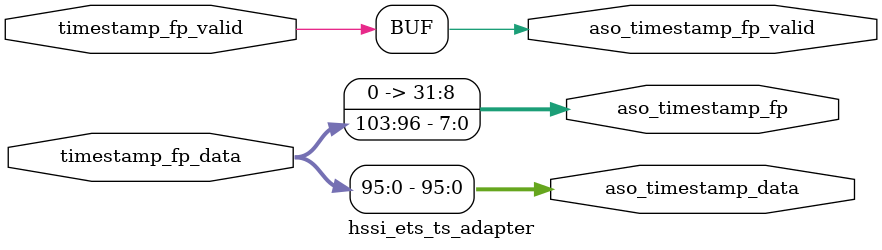
<source format=v>

module hssi_ets_ts_adapter # (
  parameter FP_WIDTH = 8
)
(
  //Timestamp input
  input                      timestamp_fp_valid,
  input    [FP_WIDTH+95:0]   timestamp_fp_data,
  
  //Timestamp AVST Output
  output                     aso_timestamp_fp_valid,
  output   [95:0]            aso_timestamp_data,
  output   [31:0]            aso_timestamp_fp
);


  assign aso_timestamp_fp_valid = timestamp_fp_valid;
  assign aso_timestamp_fp       = {{(32-FP_WIDTH){1'b0}},timestamp_fp_data[(FP_WIDTH+96-1):96]};
  assign aso_timestamp_data     = timestamp_fp_data[95:0];


endmodule

</source>
